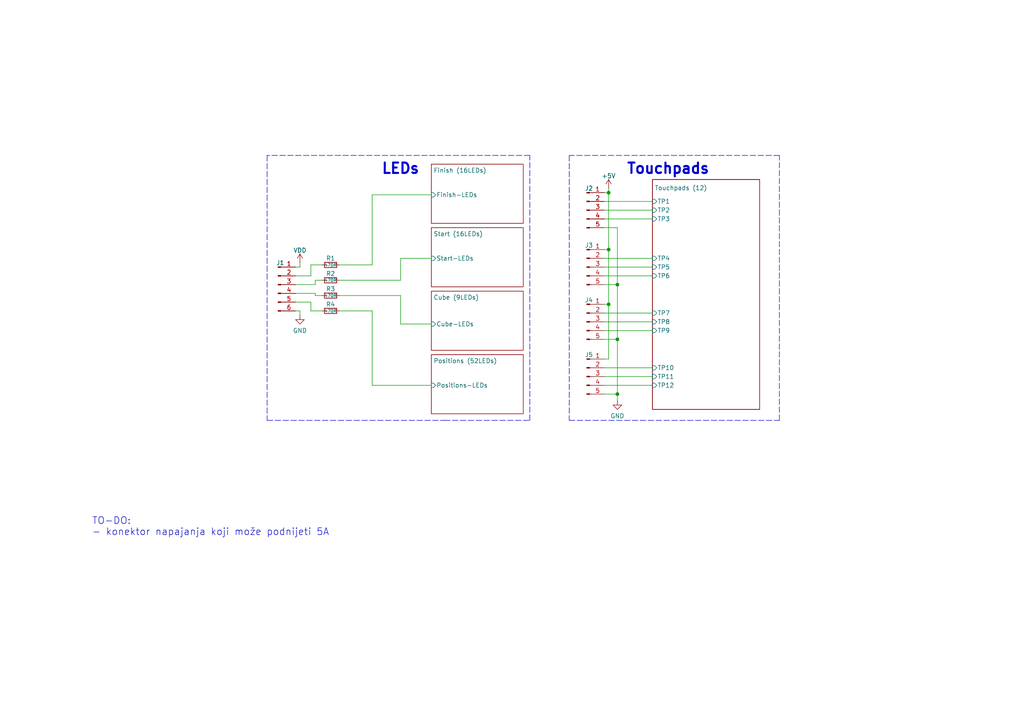
<source format=kicad_sch>
(kicad_sch (version 20211123) (generator eeschema)
  (paper "A4")
  (title_block (title "FieldBoard") (date "2022-04-19") (rev "1") (company "Josip Kordek"))
  (lib_symbols
    (symbol "Connector:Conn_01x05_Male" (pin_names (offset 1.016) hide)
      (property "Reference" "J" (at 0 7.62 0))
      (property "Value" "Conn_01x05_Male" (at 0 -7.62 0))
      (symbol "Conn_01x05_Male_1_1"
        (polyline (pts (xy 1.27 -5.08) (xy 0.8636 -5.08)) (stroke (width 0.1524)))
        (polyline (pts (xy 1.27 -2.54) (xy 0.8636 -2.54)) (stroke (width 0.1524)))
        (polyline (pts (xy 1.27 0) (xy 0.8636 0)) (stroke (width 0.1524)))
        (polyline (pts (xy 1.27 2.54) (xy 0.8636 2.54)) (stroke (width 0.1524)))
        (polyline (pts (xy 1.27 5.08) (xy 0.8636 5.08)) (stroke (width 0.1524)))
        (rectangle (start 0.8636 -4.953) (end 0 -5.207) (stroke (width 0.1524)) (fill (type outline)))
        (rectangle (start 0.8636 -2.413) (end 0 -2.667) (stroke (width 0.1524)) (fill (type outline)))
        (rectangle (start 0.8636 0.127) (end 0 -0.127) (stroke (width 0.1524)) (fill (type outline)))
        (rectangle (start 0.8636 2.667) (end 0 2.413) (stroke (width 0.1524)) (fill (type outline)))
        (rectangle (start 0.8636 5.207) (end 0 4.953) (stroke (width 0.1524)) (fill (type outline)))
        (pin passive line (at 5.08 5.08 180) (length 3.81) (name "Pin_1") (number "1"))
        (pin passive line (at 5.08 2.54 180) (length 3.81) (name "Pin_2") (number "2"))
        (pin passive line (at 5.08 0 180) (length 3.81) (name "Pin_3") (number "3"))
        (pin passive line (at 5.08 -2.54 180) (length 3.81) (name "Pin_4") (number "4"))
        (pin passive line (at 5.08 -5.08 180) (length 3.81) (name "Pin_5") (number "5"))
      )
    )
    (symbol "Connector:Conn_01x06_Male" (pin_names (offset 1.016) hide)
      (property "Reference" "J" (at 0 7.62 0))
      (property "Value" "Conn_01x06_Male" (at 0 -10.16 0))
      (symbol "Conn_01x06_Male_1_1"
        (polyline (pts (xy 1.27 -7.62) (xy 0.8636 -7.62)) (stroke (width 0.1524)))
        (polyline (pts (xy 1.27 -5.08) (xy 0.8636 -5.08)) (stroke (width 0.1524)))
        (polyline (pts (xy 1.27 -2.54) (xy 0.8636 -2.54)) (stroke (width 0.1524)))
        (polyline (pts (xy 1.27 0) (xy 0.8636 0)) (stroke (width 0.1524)))
        (polyline (pts (xy 1.27 2.54) (xy 0.8636 2.54)) (stroke (width 0.1524)))
        (polyline (pts (xy 1.27 5.08) (xy 0.8636 5.08)) (stroke (width 0.1524)))
        (rectangle (start 0.8636 -7.493) (end 0 -7.747) (stroke (width 0.1524)) (fill (type outline)))
        (rectangle (start 0.8636 -4.953) (end 0 -5.207) (stroke (width 0.1524)) (fill (type outline)))
        (rectangle (start 0.8636 -2.413) (end 0 -2.667) (stroke (width 0.1524)) (fill (type outline)))
        (rectangle (start 0.8636 0.127) (end 0 -0.127) (stroke (width 0.1524)) (fill (type outline)))
        (rectangle (start 0.8636 2.667) (end 0 2.413) (stroke (width 0.1524)) (fill (type outline)))
        (rectangle (start 0.8636 5.207) (end 0 4.953) (stroke (width 0.1524)) (fill (type outline)))
        (pin passive line (at 5.08 5.08 180) (length 3.81) (name "Pin_1") (number "1"))
        (pin passive line (at 5.08 2.54 180) (length 3.81) (name "Pin_2") (number "2"))
        (pin passive line (at 5.08 0 180) (length 3.81) (name "Pin_3") (number "3"))
        (pin passive line (at 5.08 -2.54 180) (length 3.81) (name "Pin_4") (number "4"))
        (pin passive line (at 5.08 -5.08 180) (length 3.81) (name "Pin_5") (number "5"))
        (pin passive line (at 5.08 -7.62 180) (length 3.81) (name "Pin_6") (number "6"))
      )
    )
    (symbol "Device:R_Small" (pin_numbers hide) (pin_names (offset 0.254) hide)
      (property "Reference" "R" (at 0.762 0.508 0))
      (property "Value" "R_Small" (at 0.762 -1.016 0))
      (symbol "R_Small_0_1"
        (rectangle (start -0.762 1.778) (end 0.762 -1.778) (stroke (width 0.2032)))
      )
      (symbol "R_Small_1_1"
        (pin passive line (at 0 2.54 270) (length 0.762) (name "~") (number "1"))
        (pin passive line (at 0 -2.54 90) (length 0.762) (name "~") (number "2"))
      )
    )
    (symbol "power:+5V" (power) (pin_names (offset 0))
      (property "Value" "+5V" (at 0 3.556 0))
      (symbol "+5V_0_1"
        (polyline (pts (xy -0.762 1.27) (xy 0 2.54)))
        (polyline (pts (xy 0 0) (xy 0 2.54)))
        (polyline (pts (xy 0 2.54) (xy 0.762 1.27)))
      )
      (symbol "+5V_1_1"
        (pin power_in line (at 0 0 90) (length 0) hide (name "+5V") (number "1"))
      )
    )
    (symbol "power:GND" (power) (pin_names (offset 0))
      (property "Value" "GND" (at 0 -3.81 0))
      (symbol "GND_0_1"
        (polyline (pts (xy 0 0) (xy 0 -1.27) (xy 1.27 -1.27) (xy 0 -2.54) (xy -1.27 -1.27) (xy 0 -1.27)))
      )
      (symbol "GND_1_1"
        (pin power_in line (at 0 0 270) (length 0) hide (name "GND") (number "1"))
      )
    )
    (symbol "power:VDD" (power) (pin_names (offset 0))
      (property "Value" "VDD" (at 0 3.81 0))
      (symbol "VDD_0_1"
        (polyline (pts (xy -0.762 1.27) (xy 0 2.54)))
        (polyline (pts (xy 0 0) (xy 0 2.54)))
        (polyline (pts (xy 0 2.54) (xy 0.762 1.27)))
      )
      (symbol "VDD_1_1"
        (pin power_in line (at 0 0 90) (length 0) hide (name "VDD") (number "1"))
      )
    )
  )
  (junction (at 179.07 82.55))
  (junction (at 179.07 114.3))
  (junction (at 176.53 72.39))
  (junction (at 176.53 55.88))
  (junction (at 179.07 98.425))
  (junction (at 176.53 88.265))
  (wire (pts (xy 86.995 76.2) (xy 86.995 77.47)))
  (wire (pts (xy 175.26 93.345) (xy 189.23 93.345)))
  (wire (pts (xy 176.53 72.39) (xy 175.26 72.39)))
  (wire (pts (xy 176.53 55.88) (xy 176.53 54.61)))
  (wire (pts (xy 175.26 80.01) (xy 189.23 80.01)))
  (wire (pts (xy 175.26 98.425) (xy 179.07 98.425)))
  (wire (pts (xy 116.205 81.28) (xy 98.425 81.28)))
  (polyline (pts (xy 153.67 121.92) (xy 153.67 45.085)))
  (wire (pts (xy 90.17 90.17) (xy 90.17 87.63)))
  (wire (pts (xy 175.26 95.885) (xy 189.23 95.885)))
  (wire (pts (xy 179.07 98.425) (xy 179.07 82.55)))
  (wire (pts (xy 107.95 56.515) (xy 125.095 56.515)))
  (wire (pts (xy 175.26 90.805) (xy 189.23 90.805)))
  (polyline (pts (xy 165.1 121.92) (xy 226.06 121.92)))
  (wire (pts (xy 175.26 82.55) (xy 179.07 82.55)))
  (wire (pts (xy 175.26 55.88) (xy 176.53 55.88)))
  (wire (pts (xy 175.26 111.76) (xy 189.23 111.76)))
  (wire (pts (xy 85.725 85.09) (xy 91.44 85.09)))
  (wire (pts (xy 85.725 90.17) (xy 86.995 90.17)))
  (wire (pts (xy 90.17 80.01) (xy 90.17 76.835)))
  (wire (pts (xy 91.44 85.725) (xy 93.345 85.725)))
  (wire (pts (xy 98.425 76.835) (xy 107.95 76.835)))
  (wire (pts (xy 175.26 74.93) (xy 189.23 74.93)))
  (wire (pts (xy 176.53 88.265) (xy 175.26 88.265)))
  (polyline (pts (xy 128.905 121.92) (xy 153.67 121.92)))
  (wire (pts (xy 85.725 80.01) (xy 90.17 80.01)))
  (wire (pts (xy 176.53 104.14) (xy 176.53 88.265)))
  (wire (pts (xy 98.425 85.725) (xy 116.205 85.725)))
  (wire (pts (xy 125.095 74.93) (xy 116.205 74.93)))
  (polyline (pts (xy 226.06 45.085) (xy 165.1 45.085)))
  (wire (pts (xy 107.95 90.17) (xy 98.425 90.17)))
  (wire (pts (xy 176.53 55.88) (xy 176.53 72.39)))
  (wire (pts (xy 85.725 82.55) (xy 91.44 82.55)))
  (wire (pts (xy 93.345 90.17) (xy 90.17 90.17)))
  (wire (pts (xy 116.205 85.725) (xy 116.205 93.98)))
  (wire (pts (xy 175.26 109.22) (xy 189.23 109.22)))
  (wire (pts (xy 175.26 114.3) (xy 179.07 114.3)))
  (wire (pts (xy 175.26 106.68) (xy 189.23 106.68)))
  (wire (pts (xy 175.26 104.14) (xy 176.53 104.14)))
  (wire (pts (xy 175.26 58.42) (xy 189.23 58.42)))
  (wire (pts (xy 91.44 81.28) (xy 93.345 81.28)))
  (wire (pts (xy 107.95 111.76) (xy 107.95 90.17)))
  (wire (pts (xy 176.53 72.39) (xy 176.53 88.265)))
  (wire (pts (xy 107.95 76.835) (xy 107.95 56.515)))
  (wire (pts (xy 179.07 116.205) (xy 179.07 114.3)))
  (polyline (pts (xy 77.47 45.085) (xy 77.47 121.92)))
  (wire (pts (xy 116.205 74.93) (xy 116.205 81.28)))
  (polyline (pts (xy 226.06 121.92) (xy 226.06 45.085)))
  (wire (pts (xy 179.07 98.425) (xy 179.07 114.3)))
  (wire (pts (xy 175.26 60.96) (xy 189.23 60.96)))
  (wire (pts (xy 125.095 111.76) (xy 107.95 111.76)))
  (wire (pts (xy 90.17 76.835) (xy 93.345 76.835)))
  (wire (pts (xy 179.07 82.55) (xy 179.07 66.04)))
  (wire (pts (xy 90.17 87.63) (xy 85.725 87.63)))
  (wire (pts (xy 175.26 63.5) (xy 189.23 63.5)))
  (wire (pts (xy 116.205 93.98) (xy 125.095 93.98)))
  (wire (pts (xy 175.26 77.47) (xy 189.23 77.47)))
  (wire (pts (xy 86.995 77.47) (xy 85.725 77.47)))
  (wire (pts (xy 91.44 85.09) (xy 91.44 85.725)))
  (polyline (pts (xy 153.67 45.085) (xy 77.47 45.085)))
  (wire (pts (xy 179.07 66.04) (xy 175.26 66.04)))
  (polyline (pts (xy 77.47 121.92) (xy 128.905 121.92)))
  (wire (pts (xy 86.995 90.17) (xy 86.995 91.44)))
  (polyline (pts (xy 165.1 45.085) (xy 165.1 121.92)))
  (wire (pts (xy 91.44 82.55) (xy 91.44 81.28)))
  (text "LEDs" (at 110.49 50.8 0) (effects (font (size 3 3) (thickness 0.6) bold) (justify left bottom)))
  (text "Touchpads" (at 181.61 50.8 0) (effects (font (size 3 3) (thickness 0.6) bold) (justify left bottom)))
  (text "TO-DO:\n- konektor napajanja koji može podnijeti 5A" (at 26.67 155.575 0) (effects (font (size 2 2)) (justify left bottom)))
  (symbol (lib_id "Device:R_Small") (at 95.885 76.835 90) (unit 1)
    (property "Reference" "R1" (at 95.885 74.93 90))
    (property "Value" "470R" (at 95.885 76.835 90) (effects (font (size 0.9 0.9))))
    (property "Footprint" "Resistor_SMD:R_0805_2012Metric" (effects hide))
  )
  (symbol (lib_id "power:VDD") (at 86.995 76.2 0) (unit 1)
    (property "Reference" "#PWR01" (effects hide))
    (property "Value" "VDD" (at 86.995 72.6242 0))
  )
  (symbol (lib_id "Device:R_Small") (at 95.885 85.725 90) (unit 1)
    (property "Reference" "R3" (at 95.885 83.82 90))
    (property "Value" "470R" (at 95.885 85.725 90) (effects (font (size 0.9 0.9))))
    (property "Footprint" "Resistor_SMD:R_0805_2012Metric" (effects hide))
  )
  (symbol (lib_id "Connector:Conn_01x05_Male") (at 170.18 60.96 0) (unit 1)
    (property "Reference" "J2" (at 170.815 54.641 0))
    (property "Value" "Conn_01x05_Male" (effects hide))
    (property "Footprint" "Connector_PinHeader_2.54mm:PinHeader_1x05_P2.54mm_Vertical" (effects hide))
  )
  (symbol (lib_id "Connector:Conn_01x05_Male") (at 170.18 109.22 0) (unit 1)
    (property "Reference" "J5" (at 170.815 102.901 0))
    (property "Value" "Conn_01x05_Male" (effects hide))
    (property "Footprint" "Connector_PinHeader_2.54mm:PinHeader_1x05_P2.54mm_Vertical" (effects hide))
  )
  (symbol (lib_id "power:GND") (at 86.995 91.44 0) (unit 1)
    (property "Reference" "#PWR02" (effects hide))
    (property "Value" "GND" (at 86.995 95.8834 0))
  )
  (symbol (lib_id "power:+5V") (at 176.53 54.61 0) (unit 1)
    (property "Reference" "#PWR0189" (effects hide))
    (property "Value" "+5V" (at 176.53 51.0342 0))
  )
  (symbol (lib_id "Connector:Conn_01x06_Male") (at 80.645 82.55 0) (unit 1)
    (property "Reference" "J1" (at 81.28 76.231 0))
    (property "Value" "Conn_01x06_Male" (effects hide))
    (property "Footprint" "Connector_PinHeader_2.54mm:PinHeader_1x06_P2.54mm_Vertical" (effects hide))
  )
  (symbol (lib_id "Device:R_Small") (at 95.885 81.28 90) (unit 1)
    (property "Reference" "R2" (at 95.885 79.375 90))
    (property "Value" "470R" (at 95.885 81.28 90) (effects (font (size 0.9 0.9))))
    (property "Footprint" "Resistor_SMD:R_0805_2012Metric" (effects hide))
  )
  (symbol (lib_id "Device:R_Small") (at 95.885 90.17 90) (unit 1)
    (property "Reference" "R4" (at 95.885 88.265 90))
    (property "Value" "470R" (at 95.885 90.17 90) (effects (font (size 0.9 0.9))))
    (property "Footprint" "Resistor_SMD:R_0805_2012Metric" (effects hide))
  )
  (symbol (lib_id "Connector:Conn_01x05_Male") (at 170.18 93.345 0) (unit 1)
    (property "Reference" "J4" (at 170.815 87.026 0))
    (property "Value" "Conn_01x05_Male" (effects hide))
    (property "Footprint" "Connector_PinHeader_2.54mm:PinHeader_1x05_P2.54mm_Vertical" (effects hide))
  )
  (symbol (lib_id "Connector:Conn_01x05_Male") (at 170.18 77.47 0) (unit 1)
    (property "Reference" "J3" (at 170.815 71.151 0))
    (property "Value" "Conn_01x05_Male" (effects hide))
    (property "Footprint" "Connector_PinHeader_2.54mm:PinHeader_1x05_P2.54mm_Vertical" (effects hide))
  )
  (symbol (lib_id "power:GND") (at 179.07 116.205 0) (unit 1)
    (property "Reference" "#PWR0190" (effects hide))
    (property "Value" "GND" (at 179.07 120.6484 0))
  )
  (sheet (at 125.095 66.04) (size 26.67 17.145) (stroke (width 0.1524))
    (property "Sheet name" "Start (16LEDs)" (at 125.73 68.58 0) (effects (justify left bottom)))
    (property "Sheet file" "Start.kicad_sch" (effects hide))
    (pin "Start-LEDs" input (at 125.095 74.93 180))
  )
  (sheet (at 189.23 52.07) (size 31.115 66.675) (stroke (width 0.1524))
    (property "Sheet name" "Touchpads (12)" (at 189.865 55.245 0) (effects (justify left bottom)))
    (property "Sheet file" "Touchpads.kicad_sch" (effects hide))
    (pin "TP1" input (at 189.23 58.42 180))
    (pin "TP6" input (at 189.23 80.01 180))
    (pin "TP8" input (at 189.23 93.345 180))
    (pin "TP9" input (at 189.23 95.885 180))
    (pin "TP7" input (at 189.23 90.805 180))
    (pin "TP10" input (at 189.23 106.68 180))
    (pin "TP11" input (at 189.23 109.22 180))
    (pin "TP12" input (at 189.23 111.76 180))
    (pin "TP4" input (at 189.23 74.93 180))
    (pin "TP5" input (at 189.23 77.47 180))
    (pin "TP3" input (at 189.23 63.5 180))
    (pin "TP2" input (at 189.23 60.96 180))
  )
  (sheet (at 125.095 102.87) (size 26.67 17.145) (stroke (width 0.1524))
    (property "Sheet name" "Positions (52LEDs)" (at 125.73 105.41 0) (effects (justify left bottom)))
    (property "Sheet file" "Positions.kicad_sch" (effects hide))
    (pin "Positions-LEDs" input (at 125.095 111.76 180))
  )
  (sheet (at 125.095 84.455) (size 26.67 17.145) (stroke (width 0.1524))
    (property "Sheet name" "Cube (9LEDs)" (at 125.73 86.995 0) (effects (justify left bottom)))
    (property "Sheet file" "Cube.kicad_sch" (effects hide))
    (pin "Cube-LEDs" input (at 125.095 93.98 180))
  )
  (sheet (at 125.095 47.625) (size 26.67 17.145) (stroke (width 0.1524))
    (property "Sheet name" "Finish (16LEDs)" (at 125.73 50.165 0) (effects (justify left bottom)))
    (property "Sheet file" "Finish.kicad_sch" (effects hide))
    (pin "Finish-LEDs" input (at 125.095 56.515 180))
  )
)
</source>
